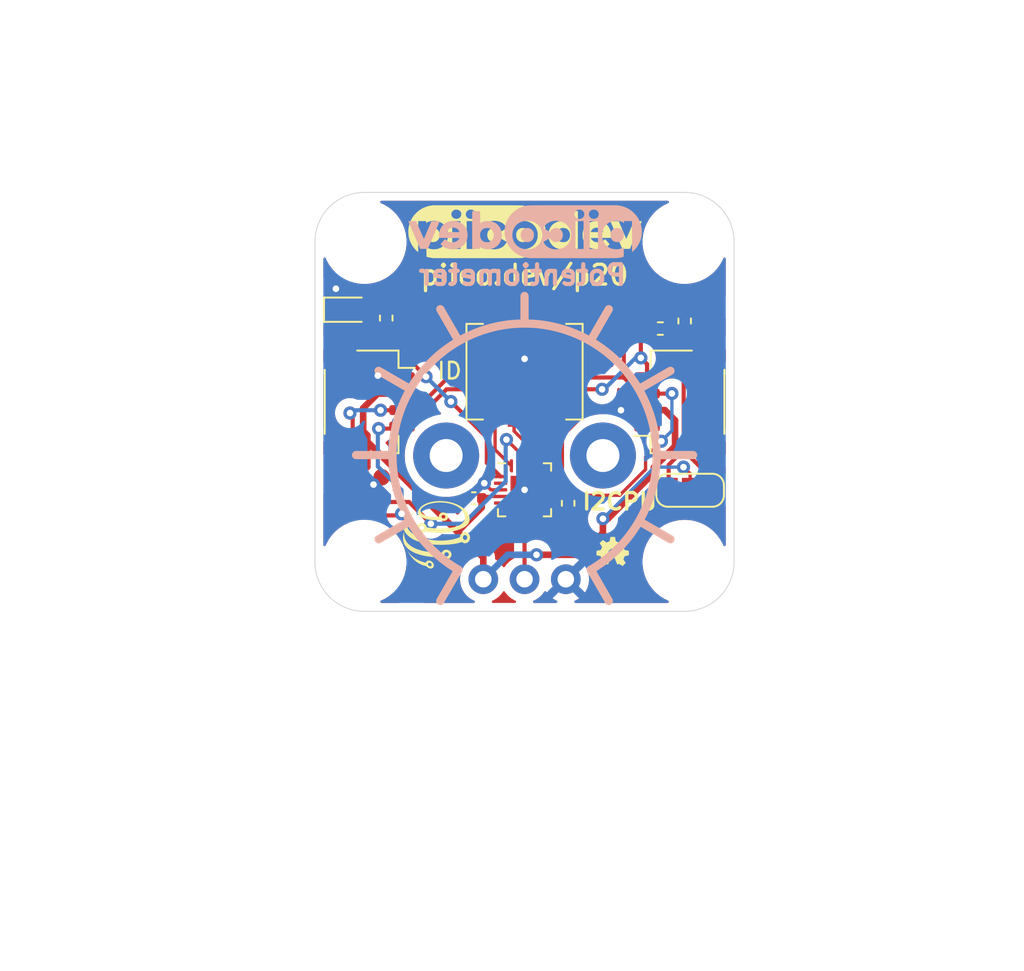
<source format=kicad_pcb>
(kicad_pcb (version 20211014) (generator pcbnew)
  (layers (0 "F.Cu" signal) (31 "B.Cu" signal) (34 "B.Paste" user) (35 "F.Paste" user) (36 "B.SilkS" user "B.Silkscreen") (37 "F.SilkS" user "F.Silkscreen") (38 "B.Mask" user) (39 "F.Mask" user) (44 "Edge.Cuts" user))
  (net 0 "")
  (net 1 "+3V3")
  (net 2 "GND")
  (net 3 "Net-(D1-Pad2)")
  (net 4 "/SCL")
  (net 5 "/SDA")
  (net 6 "Net-(JP2-Pad1)")
  (net 7 "Net-(JP2-Pad3)")
  (net 8 "/UPDI")
  (net 9 "/ADD2")
  (net 10 "/ADD1")
  (net 11 "/PWR_LED")
  (net 12 "/ADD3")
  (net 13 "/ADD4")
  (net 22 "Net-(RV1-Pad2)")
  (net 24 "Net-(U1-Pad13)")
  (footprint "Connector_JST:JST_SH_SM04B-SRSS-TB_1x04-1MP_P1.00mm_Horizontal" (layer "F.Cu") (at 106.7054 101.346 90)
    (fp_text reference "J2" hide)
    (fp_text value " ")
    (pad "1" smd roundrect locked (at -1.5 -2 90) (size 0.6 1.55) (layers "F.Cu" "F.Paste" "F.Mask") (net 2 "GND"))
    (pad "2" smd roundrect locked (at -0.5 -2 90) (size 0.6 1.55) (layers "F.Cu" "F.Paste" "F.Mask") (net 1 "+3V3"))
    (pad "3" smd roundrect locked (at 0.5 -2 90) (size 0.6 1.55) (layers "F.Cu" "F.Paste" "F.Mask") (net 5 "/SDA"))
    (pad "4" smd roundrect locked (at 1.5 -2 90) (size 0.6 1.55) (layers "F.Cu" "F.Paste" "F.Mask") (net 4 "/SCL"))
    (pad "MP" smd roundrect locked (at 2.8 1.875 90) (size 1.2 1.8) (layers "F.Cu" "F.Paste" "F.Mask") (roundrect_rratio 0.208333))
    (pad "MP" smd roundrect locked (at -2.8 1.875 90) (size 1.2 1.8) (layers "F.Cu" "F.Paste" "F.Mask") (roundrect_rratio 0.208333))
  )
  (footprint "CoreElectronics_Components:MountingHole_2.7mm_M2.5_PadClearance_1.2" (layer "F.Cu") (at 87.582 91.646)
    (fp_text reference "H1" hide)
    (fp_text value "MountingHole")
    (pad "" np_thru_hole circle locked (at 0 0) (size 2.7 2.7) (drill 2.7) (layers *.Cu *.Mask))
  )
  (footprint "Fiducial:Fiducial_1mm_Mask2mm" (layer "F.Cu") (at 90.424 112.708)
    (fp_text reference "FID1" hide)
    (fp_text value "Fiducial")
    (pad "" smd circle locked (at 0 0) (size 1 1) (layers "F.Cu" "F.Mask") (clearance 0.5))
  )
  (footprint "CoreElectronics_Components:MountingHole_2.7mm_M2.5_PadClearance_1.2" (layer "F.Cu") (at 106.982 91.646)
    (fp_text reference "H2" hide)
    (fp_text value "MountingHole")
    (pad "" np_thru_hole circle locked (at 0 0) (size 2.7 2.7) (drill 2.7) (layers *.Cu *.Mask))
  )
  (footprint "Fiducial:Fiducial_1mm_Mask2mm" (layer "F.Cu") (at 108.585 95.631)
    (fp_text reference "FID2" hide)
    (fp_text value "Fiducial")
    (pad "" smd circle locked (at 0 0) (size 1 1) (layers "F.Cu" "F.Mask") (clearance 0.5))
  )
  (footprint "Resistor_SMD:R_0402_1005Metric" (layer "F.Cu") (at 88.9 96.266 90)
    (fp_text reference "R1" hide)
    (fp_text value "10k" hide)
    (pad "1" smd roundrect locked (at -0.51 0 90) (size 0.54 0.64) (layers "F.Cu" "F.Paste" "F.Mask") (net 11 "/PWR_LED"))
    (pad "2" smd roundrect locked (at 0.51 0 90) (size 0.54 0.64) (layers "F.Cu" "F.Paste" "F.Mask") (net 3 "Net-(D1-Pad2)"))
  )
  (footprint "LED_SMD:LED_0603_1608Metric" (layer "F.Cu") (at 86.614 95.758)
    (fp_text reference "D1" hide)
    (fp_text value "LED" hide)
    (pad "1" smd roundrect locked (at -0.7875 0) (size 0.875 0.95) (layers "F.Cu" "F.Paste" "F.Mask") (net 2 "GND"))
    (pad "2" smd roundrect locked (at 0.7875 0) (size 0.875 0.95) (layers "F.Cu" "F.Paste" "F.Mask") (net 3 "Net-(D1-Pad2)"))
  )
  (footprint "Connector_JST:JST_SH_SM04B-SRSS-TB_1x04-1MP_P1.00mm_Horizontal" (layer "F.Cu") (at 87.8586 101.346 -90)
    (fp_text reference "J1" hide)
    (fp_text value " " hide)
    (pad "1" smd roundrect locked (at -1.5 -2 270) (size 0.6 1.55) (layers "F.Cu" "F.Paste" "F.Mask") (net 2 "GND"))
    (pad "2" smd roundrect locked (at -0.5 -2 270) (size 0.6 1.55) (layers "F.Cu" "F.Paste" "F.Mask") (net 1 "+3V3"))
    (pad "3" smd roundrect locked (at 0.5 -2 270) (size 0.6 1.55) (layers "F.Cu" "F.Paste" "F.Mask") (net 5 "/SDA"))
    (pad "4" smd roundrect locked (at 1.5 -2 270) (size 0.6 1.55) (layers "F.Cu" "F.Paste" "F.Mask") (net 4 "/SCL"))
    (pad "MP" smd roundrect locked (at 2.8 1.875 270) (size 1.2 1.8) (layers "F.Cu" "F.Paste" "F.Mask") (roundrect_rratio 0.2083325))
    (pad "MP" smd roundrect locked (at -2.8 1.875 270) (size 1.2 1.8) (layers "F.Cu" "F.Paste" "F.Mask") (roundrect_rratio 0.2083325))
  )
  (footprint "CoreElectronics_Artwork:oshw" (layer "F.Cu") (at 102.616 110.422)
    (fp_text reference "LOGO1" hide)
    (fp_text value "Logo_Open_Hardware_Small" hide)
  )
  (footprint "Resistor_SMD:R_0402_1005Metric" (layer "F.Cu") (at 105.5116 96.901 180)
    (fp_text reference "R2" hide)
    (fp_text value "10k")
    (pad "1" smd roundrect locked (at -0.51 0 180) (size 0.54 0.64) (layers "F.Cu" "F.Paste" "F.Mask") (net 7 "Net-(JP2-Pad3)"))
    (pad "2" smd roundrect locked (at 0.51 0 180) (size 0.54 0.64) (layers "F.Cu" "F.Paste" "F.Mask") (net 4 "/SCL"))
  )
  (footprint "Package_DFN_QFN:VQFN-20-1EP_3x3mm_P0.4mm_EP1.7x1.7mm" (layer "F.Cu") (at 97.282 106.68)
    (fp_text reference "U1" hide)
    (fp_text value "ATtiny1616-M")
    (pad "1" smd custom locked (at -1.45 -0.8) (size 0.143431 0.143431) (layers "F.Cu" "F.Paste" "F.Mask") (net 11 "/PWR_LED") (options (clearance outline) (anchor circle)) (primitives (gr_poly (pts (xy -0.35 -0.05) (xy 0.299289 -0.05) (xy 0.35 0.000711) (xy 0.35 0.05) (xy -0.35 0.05)) (width 0.1) (fill yes))))
    (pad "2" smd roundrect locked (at -1.45 -0.4) (size 0.8 0.2) (layers "F.Cu" "F.Paste" "F.Mask"))
    (pad "3" smd roundrect locked (at -1.45 0) (size 0.8 0.2) (layers "F.Cu" "F.Paste" "F.Mask") (net 2 "GND"))
    (pad "4" smd roundrect locked (at -1.45 0.4) (size 0.8 0.2) (layers "F.Cu" "F.Paste" "F.Mask") (net 1 "+3V3"))
    (pad "5" smd custom locked (at -1.45 0.8) (size 0.143431 0.143431) (layers "F.Cu" "F.Paste" "F.Mask") (options (clearance outline) (anchor circle)) (primitives (gr_poly (pts (xy -0.35 -0.05) (xy 0.35 -0.05) (xy 0.35 -0.000711) (xy 0.299289 0.05) (xy -0.35 0.05)) (width 0.1) (fill yes))))
    (pad "6" smd custom locked (at -0.8 1.45) (size 0.143431 0.143431) (layers "F.Cu" "F.Paste" "F.Mask") (options (clearance outline) (anchor circle)) (primitives (gr_poly (pts (xy -0.05 -0.299289) (xy 0.000711 -0.35) (xy 0.05 -0.35) (xy 0.05 0.35) (xy -0.05 0.35)) (width 0.1) (fill yes))))
    (pad "7" smd roundrect locked (at -0.4 1.45) (size 0.2 0.8) (layers "F.Cu" "F.Paste" "F.Mask"))
    (pad "8" smd roundrect locked (at 0 1.45) (size 0.2 0.8) (layers "F.Cu" "F.Paste" "F.Mask") (net 22 "Net-(RV1-Pad2)"))
    (pad "9" smd roundrect locked (at 0.4 1.45) (size 0.2 0.8) (layers "F.Cu" "F.Paste" "F.Mask"))
    (pad "10" smd custom locked (at 0.8 1.45) (size 0.143431 0.143431) (layers "F.Cu" "F.Paste" "F.Mask") (options (clearance outline) (anchor circle)) (primitives (gr_poly (pts (xy -0.05 -0.35) (xy -0.000711 -0.35) (xy 0.05 -0.299289) (xy 0.05 0.35) (xy -0.05 0.35)) (width 0.1) (fill yes))))
    (pad "11" smd custom locked (at 1.45 0.8) (size 0.143431 0.143431) (layers "F.Cu" "F.Paste" "F.Mask") (options (clearance outline) (anchor circle)) (primitives (gr_poly (pts (xy -0.35 -0.05) (xy 0.35 -0.05) (xy 0.35 0.05) (xy -0.299289 0.05) (xy -0.35 -0.000711)) (width 0.1) (fill yes))))
    (pad "12" smd roundrect locked (at 1.45 0.4) (size 0.8 0.2) (layers "F.Cu" "F.Paste" "F.Mask"))
    (pad "13" smd roundrect locked (at 1.45 0) (size 0.8 0.2) (layers "F.Cu" "F.Paste" "F.Mask") (net 24 "Net-(U1-Pad13)"))
    (pad "14" smd roundrect locked (at 1.45 -0.4) (size 0.8 0.2) (layers "F.Cu" "F.Paste" "F.Mask") (net 4 "/SCL"))
    (pad "15" smd custom locked (at 1.45 -0.8) (size 0.143431 0.143431) (layers "F.Cu" "F.Paste" "F.Mask") (options (clearance outline) (anchor circle)) (primitives (gr_poly (pts (xy -0.35 0.000711) (xy -0.299289 -0.05) (xy 0.35 -0.05) (xy 0.35 0.05) (xy -0.35 0.05)) (width 0.1) (fill yes))))
    (pad "16" smd custom locked (at 0.8 -1.45) (size 0.143431 0.143431) (layers "F.Cu" "F.Paste" "F.Mask") (net 13 "/ADD4") (options (clearance outline) (anchor circle)) (primitives (gr_poly (pts (xy -0.05 -0.35) (xy 0.05 -0.35) (xy 0.05 0.299289) (xy -0.000711 0.35) (xy -0.05 0.35)) (width 0.1) (fill yes))))
    (pad "17" smd roundrect locked (at 0.4 -1.45) (size 0.2 0.8) (layers "F.Cu" "F.Paste" "F.Mask") (net 12 "/ADD3"))
    (pad "18" smd roundrect locked (at 0 -1.45) (size 0.2 0.8) (layers "F.Cu" "F.Paste" "F.Mask") (net 9 "/ADD2"))
    (pad "19" smd roundrect locked (at -0.4 -1.45) (size 0.2 0.8) (layers "F.Cu" "F.Paste" "F.Mask") (net 8 "/UPDI"))
    (pad "20" smd custom locked (at -0.8 -1.45) (size 0.143431 0.143431) (layers "F.Cu" "F.Paste" "F.Mask") (net 10 "/ADD1") (options (clearance outline) (anchor circle)) (primitives (gr_poly (pts (xy -0.05 -0.35) (xy 0.05 -0.35) (xy 0.05 0.35) (xy 0.000711 0.35) (xy -0.05 0.299289)) (width 0.1) (fill yes))))
    (pad "21" smd rect locked (at 0 0) (size 1.7 1.7) (layers "F.Cu" "F.Mask") (net 2 "GND"))
  )
  (footprint "Capacitor_SMD:C_0402_1005Metric" (layer "F.Cu") (at 94.206 107.188)
    (fp_text reference "C1" hide)
    (fp_text value "100n")
    (pad "1" smd roundrect locked (at -0.48 0) (size 0.56 0.62) (layers "F.Cu" "F.Paste" "F.Mask") (net 2 "GND"))
    (pad "2" smd roundrect locked (at 0.48 0) (size 0.56 0.62) (layers "F.Cu" "F.Paste" "F.Mask") (net 1 "+3V3"))
  )
  (footprint "CoreElectronics_Components:SolderJumper-3_P1.3mm_Closed_RoundedPad1.0x1.5mm_NumberLabels" (layer "F.Cu") (at 107.315 106.7054 180)
    (fp_text reference "JP2" hide)
    (fp_text value "I2C PU")
    (fp_line (start -0.85 0) (end 0.85 0) (layer "F.Cu") (width 0.2))
    (pad "1" smd custom locked (at -1.3 0 180) (size 1 0.5) (layers "F.Cu" "F.Mask") (net 6 "Net-(JP2-Pad1)") (options (clearance outline) (anchor rect)) (primitives (gr_circle (center 0 0.25) (end 0.5 0.25) (width 0) (fill yes)) (gr_circle (center 0 -0.25) (end 0.5 -0.25) (width 0) (fill yes)) (gr_poly (pts (xy 0.55 -0.75) (xy 0 -0.75) (xy 0 0.75) (xy 0.55 0.75)) (width 0) (fill yes))))
    (pad "2" smd rect locked (at 0 0 180) (size 1 1.5) (layers "F.Cu" "F.Mask") (net 1 "+3V3"))
    (pad "3" smd custom locked (at 1.3 0 180) (size 1 0.5) (layers "F.Cu" "F.Mask") (net 7 "Net-(JP2-Pad3)") (options (clearance outline) (anchor rect)) (primitives (gr_circle (center 0 0.25) (end 0.5 0.25) (width 0) (fill yes)) (gr_circle (center 0 -0.25) (end 0.5 -0.25) (width 0) (fill yes)) (gr_poly (pts (xy -0.55 -0.75) (xy 0 -0.75) (xy 0 0.75) (xy -0.55 0.75)) (width 0) (fill yes))))
  )
  (footprint "CoreElectronics_Artwork:piicodev_logo_14.2x3.4mm" (layer "F.Cu") (at 97.329859 91.1352)
    (fp_text reference "G1" hide)
    (fp_text value "LOGO_PiicoDev" hide)
  )
  (footprint "Resistor_SMD:R_0402_1005Metric" (layer "F.Cu") (at 106.9848 96.4438 90)
    (fp_text reference "R3" hide)
    (fp_text value "10k" hide)
    (pad "1" smd roundrect locked (at -0.51 0 90) (size 0.54 0.64) (layers "F.Cu" "F.Paste" "F.Mask") (net 6 "Net-(JP2-Pad1)"))
    (pad "2" smd roundrect locked (at 0.51 0 90) (size 0.54 0.64) (layers "F.Cu" "F.Paste" "F.Mask") (net 5 "/SDA"))
  )
  (footprint "CoreElectronics_Artwork:CoreElectronics_logo_5mm_v2" (layer "F.Cu") (at 91.948 109.406)
    (fp_text reference "G2" hide)
    (fp_text value "LOGO_CoreElectronics_no-text" hide)
  )
  (footprint "CoreElectronics_Components:SW_DIP_x04_Slide_CHS-04A1" (layer "F.Cu") (at 97.282 99.5172)
    (fp_text reference "SW1" hide)
    (fp_text value "ADDR")
    (pad "1" smd rect locked (at -1.905 2.54) (size 0.76 1.6) (layers "F.Cu" "F.Paste" "F.Mask") (net 10 "/ADD1"))
    (pad "2" smd rect locked (at -0.635 2.54) (size 0.76 1.6) (layers "F.Cu" "F.Paste" "F.Mask") (net 9 "/ADD2"))
    (pad "3" smd rect locked (at 0.635 2.54) (size 0.76 1.6) (layers "F.Cu" "F.Paste" "F.Mask") (net 12 "/ADD3"))
    (pad "4" smd rect locked (at 1.905 2.54) (size 0.76 1.6) (layers "F.Cu" "F.Paste" "F.Mask") (net 13 "/ADD4"))
    (pad "5" smd rect locked (at 1.905 -2.54) (size 0.76 1.6) (layers "F.Cu" "F.Paste" "F.Mask") (net 2 "GND"))
    (pad "6" smd rect locked (at 0.635 -2.54) (size 0.76 1.6) (layers "F.Cu" "F.Paste" "F.Mask") (net 2 "GND"))
    (pad "7" smd rect locked (at -0.635 -2.54) (size 0.76 1.6) (layers "F.Cu" "F.Paste" "F.Mask") (net 2 "GND"))
    (pad "8" smd rect locked (at -1.905 -2.54) (size 0.76 1.6) (layers "F.Cu" "F.Paste" "F.Mask") (net 2 "GND"))
  )
  (footprint "CoreElectronics_Components:MountingHole_2.7mm_M2.5_PadClearance_1.2" (layer "F.Cu") (at 106.982 111.0488)
    (fp_text reference "H4" hide)
    (fp_text value "MountingHole")
    (pad "" np_thru_hole circle locked (at 0 0) (size 2.7 2.7) (drill 2.7) (layers *.Cu *.Mask))
  )
  (footprint "CoreElectronics_Components:MountingHole_2.7mm_M2.5_PadClearance_1.2" (layer "F.Cu") (at 87.5792 111.0488)
    (fp_text reference "H3" hide)
    (fp_text value "MountingHole")
    (pad "" np_thru_hole circle locked (at 0 0) (size 2.7 2.7) (drill 2.7) (layers *.Cu *.Mask))
  )
  (footprint "Resistor_SMD:R_0402_1005Metric" (layer "F.Cu") (at 99.9236 107.4928 -90)
    (fp_text reference "R4" hide)
    (fp_text value "120R")
    (pad "1" smd roundrect (at -0.51 0 270) (size 0.54 0.64) (layers "F.Cu" "F.Paste" "F.Mask") (net 24 "Net-(U1-Pad13)"))
    (pad "2" smd roundrect (at 0.51 0 270) (size 0.54 0.64) (layers "F.Cu" "F.Paste" "F.Mask") (net 5 "/SDA"))
  )
  (footprint "CoreElectronics_Components:TestPoint_Pad_D1.0mm_x05" (layer "F.Cu") (at 87.122 106.668 -90)
    (fp_text reference "J3" hide)
    (fp_text value "Conn_01x05_Male")
    (pad "1" smd circle (at -0.75 -1.5 270) (size 1 1) (layers "F.Cu" "F.Paste" "F.Mask") (net 2 "GND"))
    (pad "2" smd circle (at -0.75 0 270) (size 1 1) (layers "F.Cu" "F.Paste" "F.Mask") (net 1 "+3V3"))
    (pad "3" smd circle (at -0.75 1.5 270) (size 1 1) (layers "F.Cu" "F.Paste" "F.Mask") (net 5 "/SDA"))
    (pad "4" smd circle (at 0.75 0.75 270) (size 1 1) (layers "F.Cu" "F.Paste" "F.Mask") (net 4 "/SCL"))
    (pad "5" smd circle (at 0.75 -0.75 270) (size 1 1) (layers "F.Cu" "F.Paste" "F.Mask") (net 8 "/UPDI"))
  )
  (footprint "CoreElectronics_Artwork:piicodev_logo_14.2x3.4mm" (layer "B.Cu") (at 97.297953 91.1352 180)
    (fp_text reference "G3" hide)
    (fp_text value "LOGO_made-with-love" hide)
  )
  (footprint "Potentiometer_THT:Potentiometer_Alps_RK09L_Single_Vertical" (layer "B.Cu") (at 94.782 112.1002 90)
    (fp_text reference "RV1" hide)
    (fp_text value "R_Potentiometer")
    (pad "" np_thru_hole circle (at 7.5 7.25 90) (size 4 4) (drill 2) (layers *.Cu *.Mask))
    (pad "" np_thru_hole circle (at 7.5 -2.25 90) (size 4 4) (drill 2) (layers *.Cu *.Mask))
    (pad "1" thru_hole circle (at 0 0 90) (size 1.8 1.8) (drill 1) (layers *.Cu *.Mask) (net 1 "+3V3"))
    (pad "2" thru_hole circle (at 0 2.5 90) (size 1.8 1.8) (drill 1) (layers *.Cu *.Mask) (net 22 "Net-(RV1-Pad2)"))
    (pad "3" thru_hole circle (at 0 5 90) (size 1.8 1.8) (drill 1) (layers *.Cu *.Mask) (net 2 "GND"))
  )
  (gr_line (start 89.2556 104.5718) (end 87.0712 104.5718) (layer "B.SilkS") (width 0.5))
  (gr_line (start 90.330934 108.585) (end 88.439188 109.6772) (layer "B.SilkS") (width 0.5))
  (gr_line (start 101.2952 111.522866) (end 102.3874 113.414612) (layer "B.SilkS") (width 0.5))
  (gr_line (start 97.282 96.5454) (end 97.282 94.928) (layer "B.SilkS") (width 0.5))
  (gr_line (start 93.2688 111.522866) (end 92.1766 113.414612) (layer "B.SilkS") (width 0.5))
  (gr_line (start 104.233066 100.5586) (end 106.124812 99.4664) (layer "B.SilkS") (width 0.5))
  (gr_line (start 105.3084 104.5718) (end 107.4928 104.5718) (layer "B.SilkS") (width 0.5))
  (gr_line (start 104.233066 108.585) (end 106.124812 109.6772) (layer "B.SilkS") (width 0.5))
  (gr_arc (start 93.2688 111.522866) (mid 97.282 96.596195) (end 101.2952 111.522866) (layer "B.SilkS") (width 0.5))
  (gr_line (start 90.330934 100.5586) (end 88.439188 99.4664) (layer "B.SilkS") (width 0.5))
  (gr_line (start 93.2688 97.620734) (end 92.1766 95.728988) (layer "B.SilkS") (width 0.5))
  (gr_line (start 101.2952 97.620734) (end 102.3874 95.728988) (layer "B.SilkS") (width 0.5))
  (gr_arc (start 109.982 110.998) (mid 109.119589 113.147586) (end 106.9848 114.046) (layer "Edge.Cuts") (width 0.05))
  (gr_arc (start 87.63 114.046) (mid 85.475881 113.188199) (end 84.582 111.0488) (layer "Edge.Cuts") (width 0.05))
  (gr_line (start 106.9848 114.046) (end 87.63 114.046) (layer "Edge.Cuts") (width 0.05))
  (gr_line (start 84.582 111.0488) (end 84.582 91.6206) (layer "Edge.Cuts") (width 0.05))
  (gr_arc (start 84.582 91.6206) (mid 85.469641 89.515712) (end 87.582 88.646) (layer "Edge.Cuts") (width 0.05))
  (gr_arc (start 106.982 88.646) (mid 109.085425 89.506781) (end 109.982 91.5952) (layer "Edge.Cuts") (width 0.05))
  (gr_line (start 87.582 88.646) (end 106.982 88.646) (layer "Edge.Cuts") (width 0.05))
  (gr_line (start 109.982 91.5952) (end 109.982 110.998) (layer "Edge.Cuts") (width 0.05))
  (gr_text "v00" (at 91.567 96.647) (layer "F.Cu") (effects (font (size 1 1) (thickness 0.2))))
  (gr_text "Potentiometer" (at 97.155 93.658) (layer "B.SilkS") (effects (font (size 1.2 1.2) (thickness 0.25)) (justify mirror)))
  (gr_text "piico.dev/p20" (at 97.282 93.658) (layer "F.SilkS") (effects (font (size 1.2 1.2) (thickness 0.2))))
  (gr_text "ID" (at 93.5736 99.4664) (layer "F.SilkS") (effects (font (size 1 1)) (justify right)))
  (gr_text "I2CPU" (at 103.0478 107.3912) (layer "F.SilkS") (effects (font (size 1 1) (thickness 0.2))))
  (segment (start 102.0318 108.4326) (end 102.0318 109.2962) (width 0.4) (layer "F.Cu") (net 1))
  (segment (start 94.794 107.08) (end 94.686 107.188) (width 0.2) (layer "F.Cu") (net 1))
  (segment (start 107.315 106.7054) (end 107.315 105.70355) (width 0.2) (layer "F.Cu") (net 1))
  (segment (start 87.757 105.283) (end 87.757 103.759) (width 0.4) (layer "F.Cu") (net 1))
  (segment (start 88.384 100.846) (end 87.503 101.727) (width 0.4) (layer "F.Cu") (net 1))
  (segment (start 102.331828 108.4326) (end 105.115488 105.64894) (width 0.4) (layer "F.Cu") (net 1))
  (segment (start 93.091 109.093) (end 94.782 110.784) (width 0.4) (layer "F.Cu") (net 1))
  (segment (start 105.115488 105.64894) (end 105.115489 105.323512) (width 0.4) (layer "F.Cu") (net 1))
  (segment (start 89.8586 100.846) (end 88.384 100.846) (width 0.4) (layer "F.Cu") (net 1))
  (segment (start 102.0318 108.4326) (end 102.331828 108.4326) (width 0.4) (layer "F.Cu") (net 1))
  (segment (start 94.782 110.784) (end 94.782 112.1002) (width 0.4) (layer "F.Cu") (net 1))
  (segment (start 105.783 101.846) (end 104.7054 101.846) (width 0.4) (layer "F.Cu") (net 1))
  (segment (start 102.0318 109.2962) (end 100.711 110.617) (width 0.4) (layer "F.Cu") (net 1))
  (segment (start 94.686 107.188) (end 94.686 107.752) (width 0.4) (layer "F.Cu") (net 1))
  (segment (start 100.711 110.617) (end 98.0065 110.617) (width 0.4) (layer "F.Cu") (net 1))
  (segment (start 107.315 105.70355) (end 106.914225 105.302775) (width 0.2) (layer "F.Cu") (net 1))
  (segment (start 106.40184 104.03716) (end 106.40184 102.46484) (width 0.4) (layer "F.Cu") (net 1))
  (segment (start 87.122 105.918) (end 87.757 105.283) (width 0.4) (layer "F.Cu") (net 1))
  (segment (start 92.9005 108.9025) (end 93.091 109.093) (width 0.4) (layer "F.Cu") (net 1))
  (segment (start 87.757 103.759) (end 92.9005 108.9025) (width 0.4) (layer "F.Cu") (net 1))
  (segment (start 106.40184 102.46484) (end 105.783 101.846) (width 0.4) (layer "F.Cu") (net 1))
  (segment (start 87.503 101.727) (end 87.503 103.125264) (width 0.4) (layer "F.Cu") (net 1))
  (segment (start 92.9715 108.9025) (end 92.9005 108.9025) (width 0.2) (layer "F.Cu") (net 1))
  (segment (start 95.832 107.08) (end 94.794 107.08) (width 0.2) (layer "F.Cu") (net 1))
  (segment (start 87.757 103.379264) (end 87.757 103.759) (width 0.4) (layer "F.Cu") (net 1))
  (segment (start 105.115489 105.323512) (end 106.40184 104.03716) (width 0.4) (layer "F.Cu") (net 1))
  (segment (start 94.686 107.752) (end 93.218 109.22) (width 0.4) (layer "F.Cu") (net 1))
  (segment (start 87.503 103.125264) (end 87.757 103.379264) (width 0.4) (layer "F.Cu") (net 1))
  (via (at 102.0318 108.4326) (size 0.8) (drill 0.4) (layers "F.Cu" "B.Cu") (net 1))
  (via (at 106.914225 105.302775) (size 0.8) (drill 0.4) (layers "F.Cu" "B.Cu") (net 1))
  (via (at 98.0065 110.617) (size 0.8) (drill 0.4) (layers "F.Cu" "B.Cu") (net 1))
  (segment (start 94.782 112.1002) (end 96.2652 110.617) (width 0.4) (layer "B.Cu") (net 1))
  (segment (start 102.0318 108.4326) (end 105.161625 105.302775) (width 0.2) (layer "B.Cu") (net 1))
  (segment (start 105.161625 105.302775) (end 106.914225 105.302775) (width 0.2) (layer "B.Cu") (net 1))
  (segment (start 96.2652 110.617) (end 98.0065 110.617) (width 0.4) (layer "B.Cu") (net 1))
  (segment (start 96.647 98.103) (end 97.282 98.738) (width 0.2) (layer "F.Cu") (net 2))
  (segment (start 104.7054 102.846) (end 104.1959 102.846) (width 0.2) (layer "F.Cu") (net 2))
  (segment (start 85.8265 94.5135) (end 85.852 94.488) (width 0.25) (layer "F.Cu") (net 2))
  (segment (start 96.647 96.9772) (end 96.647 98.103) (width 0.2) (layer "F.Cu") (net 2))
  (segment (start 95.832 106.68) (end 95.243816 106.68) (width 0.2) (layer "F.Cu") (net 2))
  (segment (start 88.570333 105.918) (end 88.129073 106.35926) (width 0.25) (layer "F.Cu") (net 2))
  (segment (start 95.243816 106.68) (end 94.8425 106.278684) (width 0.2) (layer "F.Cu") (net 2))
  (segment (start 85.8265 95.758) (end 85.8265 94.5135) (width 0.25) (layer "F.Cu") (net 2))
  (segment (start 104.7054 102.846) (end 104.116 102.846) (width 0.2) (layer "F.Cu") (net 2))
  (segment (start 89.8586 99.846) (end 88.484 99.846) (width 0.25) (layer "F.Cu") (net 2))
  (segment (start 104.116 102.846) (end 103.124 101.854) (width 0.4) (layer "F.Cu") (net 2))
  (segment (start 93.726 107.188) (end 93.726 107.18107) (width 0.25) (layer "F.Cu") (net 2))
  (segment (start 95.377 96.9772) (end 96.647 96.9772) (width 0.2) (layer "F.Cu") (net 2))
  (segment (start 88.484 99.846) (end 88.392 99.754) (width 0.25) (layer "F.Cu") (net 2))
  (segment (start 96.647 96.9772) (end 97.917 96.9772) (width 0.2) (layer "F.Cu") (net 2))
  (segment (start 93.726 107.18107) (end 94.628386 106.278684) (width 0.25) (layer "F.Cu") (net 2))
  (segment (start 88.622 105.918) (end 88.570333 105.918) (width 0.25) (layer "F.Cu") (net 2))
  (segment (start 97.917 96.9772) (end 99.187 96.9772) (width 0.2) (layer "F.Cu") (net 2))
  (segment (start 94.628386 106.278684) (end 94.8425 106.278684) (width 0.25) (layer "F.Cu") (net 2))
  (via (at 85.852 94.488) (size 0.8) (drill 0.4) (layers "F.Cu" "B.Cu") (net 2))
  (via (at 88.129073 106.35926) (size 0.8) (drill 0.4) (layers "F.Cu" "B.Cu") (net 2))
  (via (at 97.282 98.738) (size 0.8) (drill 0.4) (layers "F.Cu" "B.Cu") (net 2))
  (via (at 103.124 101.854) (size 0.8) (drill 0.4) (layers "F.Cu" "B.Cu") (net 2))
  (via (at 88.392 99.754) (size 0.8) (drill 0.4) (layers "F.Cu" "B.Cu") (net 2))
  (via (at 94.8425 106.278684) (size 0.8) (drill 0.4) (layers "F.Cu" "B.Cu") (net 2))
  (via (at 97.282 106.68) (size 0.8) (drill 0.4) (layers "F.Cu" "B.Cu") (net 2))
  (segment (start 87.4015 95.758) (end 88.898 95.758) (width 0.25) (layer "F.Cu") (net 3))
  (segment (start 88.898 95.758) (end 88.9 95.756) (width 0.25) (layer "F.Cu") (net 3))
  (segment (start 98.732 106.28) (end 99.212153 106.28) (width 0.2) (layer "F.Cu") (net 4))
  (segment (start 89.727429 108.232511) (end 87.186511 108.232511) (width 0.25) (layer "F.Cu") (net 4))
  (segment (start 104.33038 97.26942) (end 104.33038 98.679) (width 0.25) (layer "F.Cu") (net 4))
  (segment (start 104.33038 97.26942) (end 104.6988 96.901) (width 0.25) (layer "F.Cu") (net 4))
  (segment (start 99.576519 103.426703) (end 100.711 102.292222) (width 0.2) (layer "F.Cu") (net 4))
  (segment (start 92.55253 100.584) (end 90.29053 102.846) (width 0.25) (layer "F.Cu") (net 4))
  (segment (start 90.29053 102.846) (end 89.8586 102.846) (width 0.25) (layer "F.Cu") (net 4))
  (segment (start 88.441964 102.966922) (end 89.737678 102.966922) (width 0.25) (layer "F.Cu") (net 4))
  (segment (start 104.7054 99.846) (end 104.7054 99.05402) (width 0.25) (layer "F.Cu") (net 4))
  (segment (start 89.737678 102.966922) (end 89.8586 102.846) (width 0.25) (layer "F.Cu") (net 4))
  (segment (start 101.981 100.584) (end 100.33 100.584) (width 0.25) (layer "F.Cu") (net 4))
  (segment (start 99.576519 105.915634) (end 99.576519 103.426703) (width 0.2) (layer "F.Cu") (net 4))
  (segment (start 99.212153 106.28) (end 99.576519 105.915634) (width 0.2) (layer "F.Cu") (net 4))
  (segment (start 89.82744 108.1325) (end 89.727429 108.232511) (width 0.25) (layer "F.Cu") (net 4))
  (segment (start 104.6988 96.901) (end 105.0016 96.901) (width 0.25) (layer "F.Cu") (net 4))
  (segment (start 100.711 102.292222) (end 100.711 100.584) (width 0.2) (layer "F.Cu") (net 4))
  (segment (start 87.186511 108.232511) (end 86.372 107.418) (width 0.25) (layer "F.Cu") (net 4))
  (segment (start 104.7054 99.05402) (end 104.33038 98.679) (width 0.25) (layer "F.Cu") (net 4))
  (segment (start 100.33 100.584) (end 92.55253 100.584) (width 0.25) (layer "F.Cu") (net 4))
  (via (at 89.82744 108.1325) (size 0.8) (drill 0.4) (layers "F.Cu" "B.Cu") (net 4))
  (via (at 88.441964 102.966922) (size 0.8) (drill 0.4) (layers "F.Cu" "B.Cu") (net 4))
  (via (at 101.981 100.584) (size 0.8) (drill 0.4) (layers "F.Cu" "B.Cu") (net 4))
  (via (at 104.33038 98.679) (size 0.8) (drill 0.4) (layers "F.Cu" "B.Cu") (net 4))
  (segment (start 89.82744 106.699968) (end 88.392 105.264528) (width 0.25) (layer "B.Cu") (net 4))
  (segment (start 89.82744 108.1325) (end 89.82744 106.699968) (width 0.25) (layer "B.Cu") (net 4))
  (segment (start 104.33038 98.679) (end 104.013 98.679) (width 0.25) (layer "B.Cu") (net 4))
  (segment (start 88.392 103.016886) (end 88.441964 102.966922) (width 0.25) (layer "B.Cu") (net 4))
  (segment (start 88.392 105.264528) (end 88.392 103.016886) (width 0.25) (layer "B.Cu") (net 4))
  (segment (start 104.013 98.679) (end 102.489 100.203) (width 0.25) (layer "B.Cu") (net 4))
  (segment (start 102.489 100.203) (end 102.108 100.584) (width 0.25) (layer "B.Cu") (net 4))
  (segment (start 102.108 100.584) (end 101.981 100.584) (width 0.25) (layer "B.Cu") (net 4))
  (segment (start 106.20386 100.846) (end 106.21186 100.838) (width 0.25) (layer "F.Cu") (net 5))
  (segment (start 104.615969 105.442031) (end 103.0478 107.0102) (width 0.2) (layer "F.Cu") (net 5))
  (segment (start 90.668954 101.846) (end 92.645465 99.869489) (width 0.25) (layer "F.Cu") (net 5))
  (segment (start 92.645465 99.869489) (end 103.296959 99.869489) (width 0.25) (layer "F.Cu") (net 5))
  (segment (start 89.8586 101.846) (end 90.668954 101.846) (width 0.25) (layer "F.Cu") (net 5))
  (segment (start 86.868 102.188427) (end 86.868 103.232048) (width 0.25) (layer "F.Cu") (net 5))
  (segment (start 103.0478 107.0102) (end 100.9162 107.0102) (width 0.2) (layer "F.Cu") (net 5))
  (segment (start 103.296959 99.869489) (end 103.296959 97.472124) (width 0.25) (layer "F.Cu") (net 5))
  (segment (start 89.8506 101.854) (end 89.8586 101.846) (width 0.25) (layer "F.Cu") (net 5))
  (segment (start 104.7054 100.846) (end 106.20386 100.846) (width 0.25) (layer "F.Cu") (net 5))
  (segment (start 105.575838 103.732498) (end 104.615969 104.692367) (width 0.2) (layer "F.Cu") (net 5))
  (segment (start 86.47948 105.06052) (end 85.622 105.918) (width 0.25) (layer "F.Cu") (net 5))
  (segment (start 103.296959 97.472124) (end 104.835283 95.9338) (width 0.25) (layer "F.Cu") (net 5))
  (segment (start 104.7054 100.846) (end 104.27347 100.846) (width 0.25) (layer "F.Cu") (net 5))
  (segment (start 87.19812 104.729832) (end 86.867432 105.06052) (width 0.25) (layer "F.Cu") (net 5))
  (segment (start 103.296959 99.869489) (end 103.694735 100.267265) (width 0.25) (layer "F.Cu") (net 5))
  (segment (start 86.867432 105.06052) (end 86.47948 105.06052) (width 0.25) (layer "F.Cu") (net 5))
  (segment (start 104.835283 95.9338) (end 106.9848 95.9338) (width 0.25) (layer "F.Cu") (net 5))
  (segment (start 87.19812 103.562168) (end 87.19812 104.729832) (width 0.25) (layer "F.Cu") (net 5))
  (segment (start 86.7035 102.023927) (end 86.868 102.188427) (width 0.25) (layer "F.Cu") (net 5))
  (segment (start 100.9162 107.0102) (end 99.9236 108.0028) (width 0.2) (layer "F.Cu") (net 5))
  (segment (start 88.5565 101.854) (end 89.8506 101.854) (width 0.25) (layer "F.Cu") (net 5))
  (segment (start 104.615969 104.692367) (end 104.615969 105.442031) (width 0.2) (layer "F.Cu") (net 5))
  (segment (start 86.868 103.232048) (end 87.19812 103.562168) (width 0.25) (layer "F.Cu") (net 5))
  (segment (start 104.27347 100.846) (end 103.61588 100.18841) (width 0.25) (layer "F.Cu") (net 5))
  (via (at 86.7035 102.023927) (size 0.8) (drill 0.4) (layers "F.Cu" "B.Cu") (net 5))
  (via (at 106.21186 100.838) (size 0.8) (drill 0.4) (layers "F.Cu" "B.Cu") (net 5))
  (via (at 88.5565 101.854) (size 0.8) (drill 0.4) (layers "F.Cu" "B.Cu") (net 5))
  (via (at 105.575838 103.732498) (size 0.8) (drill 0.4) (layers "F.Cu" "B.Cu") (net 5))
  (segment (start 106.21186 103.096476) (end 106.21186 100.838) (width 0.2) (layer "B.Cu") (net 5))
  (segment (start 105.575838 103.732498) (end 106.21186 103.096476) (width 0.2) (layer "B.Cu") (net 5))
  (segment (start 86.873427 101.854) (end 88.5565 101.854) (width 0.25) (layer "B.Cu") (net 5))
  (segment (start 86.7035 102.023927) (end 86.873427 101.854) (width 0.25) (layer "B.Cu") (net 5))
  (segment (start 106.9888 96.9538) (end 107.36588 97.33088) (width 0.25) (layer "F.Cu") (net 6))
  (segment (start 107.36588 97.33088) (end 107.36588 104.729831) (width 0.25) (layer "F.Cu") (net 6))
  (segment (start 108.615 105.978951) (end 108.615 106.7054) (width 0.25) (layer "F.Cu") (net 6))
  (segment (start 107.36588 104.729831) (end 108.615 105.978951) (width 0.25) (layer "F.Cu") (net 6))
  (segment (start 106.9848 96.9538) (end 106.9888 96.9538) (width 0.25) (layer "F.Cu") (net 6))
  (segment (start 106.015 105.165784) (end 106.015 106.7054) (width 0.25) (layer "F.Cu") (net 7))
  (segment (start 106.0216 96.901) (end 106.0216 96.946317) (width 0.25) (layer "F.Cu") (net 7))
  (segment (start 106.92636 97.851077) (end 106.92636 104.254424) (width 0.25) (layer "F.Cu") (net 7))
  (segment (start 106.0216 96.946317) (end 106.92636 97.851077) (width 0.25) (layer "F.Cu") (net 7))
  (segment (start 106.92636 104.254424) (end 106.015 105.165784) (width 0.25) (layer "F.Cu") (net 7))
  (segment (start 96.882 105.23) (end 96.882 104.3275) (width 0.2) (layer "F.Cu") (net 8))
  (segment (start 96.882 104.3275) (end 96.1865 103.632) (width 0.2) (layer "F.Cu") (net 8))
  (segment (start 91.602668 108.735332) (end 90.285336 107.418) (width 0.25) (layer "F.Cu") (net 8))
  (segment (start 90.285336 107.418) (end 87.872 107.418) (width 0.25) (layer "F.Cu") (net 8))
  (via (at 96.1865 103.632) (size 0.8) (drill 0.4) (layers "F.Cu" "B.Cu") (net 8))
  (via (at 91.602668 108.735332) (size 0.8) (drill 0.4) (layers "F.Cu" "B.Cu") (net 8))
  (segment (start 96.139 103.6795) (end 96.1865 103.632) (width 0.25) (layer "B.Cu") (net 8))
  (segment (start 91.602668 108.735332) (end 93.575668 108.735332) (width 0.25) (layer "B.Cu") (net 8))
  (segment (start 93.575668 108.735332) (end 96.139 106.172) (width 0.25) (layer "B.Cu") (net 8))
  (segment (start 96.139 106.172) (end 96.139 103.6795) (width 0.25) (layer "B.Cu") (net 8))
  (segment (start 96.647 103.117383) (end 96.647 102.0572) (width 0.2) (layer "F.Cu") (net 9))
  (segment (start 96.876011 103.347111) (end 96.876011 103.346394) (width 0.2) (layer "F.Cu") (net 9))
  (segment (start 96.876011 103.346394) (end 96.647 103.117383) (width 0.2) (layer "F.Cu") (net 9))
  (segment (start 97.282 105.23) (end 97.282 103.7531) (width 0.2) (layer "F.Cu") (net 9))
  (segment (start 97.282 103.7531) (end 96.876011 103.347111) (width 0.2) (layer "F.Cu") (net 9))
  (segment (start 95.377 102.0572) (end 95.471989 102.152189) (width 0.25) (layer "F.Cu") (net 10))
  (segment (start 96.482 105.23) (end 95.496989 104.244989) (width 0.2) (layer "F.Cu") (net 10))
  (segment (start 95.496989 104.244989) (end 95.496989 102.177189) (width 0.2) (layer "F.Cu") (net 10))
  (segment (start 95.496989 102.177189) (end 95.377 102.0572) (width 0.2) (layer "F.Cu") (net 10))
  (segment (start 92.818993 101.327993) (end 94.996 103.505) (width 0.25) (layer "F.Cu") (net 11))
  (segment (start 94.996 105.044) (end 95.81748 105.86548) (width 0.25) (layer "F.Cu") (net 11))
  (segment (start 88.9 97.409) (end 88.9 96.776) (width 0.25) (layer "F.Cu") (net 11))
  (segment (start 95.81748 105.86548) (end 95.832 105.86548) (width 0.25) (layer "F.Cu") (net 11))
  (segment (start 91.313 99.822) (end 88.9 97.409) (width 0.25) (layer "F.Cu") (net 11))
  (segment (start 94.996 103.505) (end 94.996 105.044) (width 0.25) (layer "F.Cu") (net 11))
  (via (at 92.818993 101.327993) (size 0.8) (drill 0.4) (layers "F.Cu" "B.Cu") (net 11))
  (via (at 91.313 99.822) (size 0.8) (drill 0.4) (layers "F.Cu" "B.Cu") (net 11))
  (segment (start 91.313 99.822) (end 92.818993 101.327993) (width 0.25) (layer "B.Cu") (net 11))
  (segment (start 97.682 102.2922) (end 97.917 102.0572) (width 0.2) (layer "F.Cu") (net 12))
  (segment (start 97.682 105.23) (end 97.682 102.2922) (width 0.2) (layer "F.Cu") (net 12))
  (segment (start 98.07152 104.648) (end 99.187 103.53252) (width 0.2) (layer "F.Cu") (net 13))
  (segment (start 98.082 105.23) (end 98.07152 105.21952) (width 0.2) (layer "F.Cu") (net 13))
  (segment (start 98.07152 105.21952) (end 98.07152 104.648) (width 0.2) (layer "F.Cu") (net 13))
  (segment (start 99.187 103.53252) (end 99.187 102.0572) (width 0.2) (layer "F.Cu") (net 13))
  (segment (start 97.282 108.13) (end 97.282 108.839) (width 0.2) (layer "F.Cu") (net 22))
  (segment (start 97.282 112.1002) (end 97.282 108.839) (width 0.25) (layer "F.Cu") (net 22))
  (segment (start 99.6208 106.68) (end 99.9236 106.9828) (width 0.2) (layer "F.Cu") (net 24))
  (segment (start 98.732 106.68) (end 99.6208 106.68) (width 0.2) (layer "F.Cu") (net 24))
  (zone (net 0) (net_name "") (layer "F.Cu") (connect_pads (clearance 0.508)) (min_thickness 0.15) (fill yes (thermal_gap 0.508) (thermal_bridge_width 0.508))
    (polygon (pts (xy 108.204 88.9) (xy 108.966 89.408) (xy 109.601 90.17) (xy 109.982 91.313) (xy 109.982 92.075) (xy 109.982 93.472) (xy 109.982 96.146) (xy 109.982 111.1758) (xy 109.982 112.522) (xy 109.9185 113.03) (xy 109.601 113.538) (xy 109.093 113.919) (xy 108.585 114.046) (xy 107.0864 114.046) (xy 86.36 114.046) (xy 85.6615 113.9825) (xy 85.0265 113.6015) (xy 84.6455 112.9665) (xy 84.582 112.522) (xy 84.582 111.0488) (xy 84.582 91.7702) (xy 84.6582 90.9828) (xy 85.0138 90.1192) (xy 85.5218 89.4842) (xy 86.2076 89.0016) (xy 87.0204 88.6968) (xy 87.63 88.646) (xy 107.188 88.646)))
  )
  (zone (net 2) (net_name "GND") (layer "B.Cu") (connect_pads (clearance 0.508)) (min_thickness 0.15) (fill yes (thermal_gap 0.508) (thermal_bridge_width 0.508))
    (polygon (pts (xy 108.204 88.9) (xy 108.966 89.408) (xy 109.601 90.17) (xy 109.982 91.313) (xy 109.982 92.075) (xy 109.982 93.472) (xy 109.982 96.146) (xy 109.982 111.1758) (xy 109.982 112.522) (xy 109.9185 113.03) (xy 109.601 113.538) (xy 109.093 113.919) (xy 108.585 114.046) (xy 107.0864 114.046) (xy 86.36 114.046) (xy 85.6615 113.9825) (xy 85.0265 113.6015) (xy 84.6455 112.9665) (xy 84.582 112.522) (xy 84.582 111.0488) (xy 84.582 91.7702) (xy 84.6582 90.9828) (xy 85.0138 90.1192) (xy 85.5218 89.4842) (xy 86.2076 89.0016) (xy 87.0204 88.6968) (xy 87.63 88.646) (xy 107.188 88.646)))
  )
)
</source>
